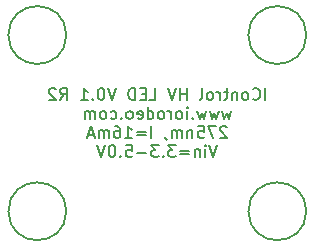
<source format=gbo>
%TF.GenerationSoftware,KiCad,Pcbnew,7.0.8-7.0.8~ubuntu22.04.1*%
%TF.CreationDate,2024-02-19T17:21:30-08:00*%
%TF.ProjectId,275nm_SU_CULBN2_16mA,3237356e-6d5f-4535-955f-43554c424e32,rev?*%
%TF.SameCoordinates,Original*%
%TF.FileFunction,Legend,Bot*%
%TF.FilePolarity,Positive*%
%FSLAX46Y46*%
G04 Gerber Fmt 4.6, Leading zero omitted, Abs format (unit mm)*
G04 Created by KiCad (PCBNEW 7.0.8-7.0.8~ubuntu22.04.1) date 2024-02-19 17:21:30*
%MOMM*%
%LPD*%
G01*
G04 APERTURE LIST*
%ADD10C,0.150000*%
G04 APERTURE END LIST*
D10*
X71842857Y-58039819D02*
X71842857Y-57039819D01*
X70795239Y-57944580D02*
X70842858Y-57992200D01*
X70842858Y-57992200D02*
X70985715Y-58039819D01*
X70985715Y-58039819D02*
X71080953Y-58039819D01*
X71080953Y-58039819D02*
X71223810Y-57992200D01*
X71223810Y-57992200D02*
X71319048Y-57896961D01*
X71319048Y-57896961D02*
X71366667Y-57801723D01*
X71366667Y-57801723D02*
X71414286Y-57611247D01*
X71414286Y-57611247D02*
X71414286Y-57468390D01*
X71414286Y-57468390D02*
X71366667Y-57277914D01*
X71366667Y-57277914D02*
X71319048Y-57182676D01*
X71319048Y-57182676D02*
X71223810Y-57087438D01*
X71223810Y-57087438D02*
X71080953Y-57039819D01*
X71080953Y-57039819D02*
X70985715Y-57039819D01*
X70985715Y-57039819D02*
X70842858Y-57087438D01*
X70842858Y-57087438D02*
X70795239Y-57135057D01*
X70223810Y-58039819D02*
X70319048Y-57992200D01*
X70319048Y-57992200D02*
X70366667Y-57944580D01*
X70366667Y-57944580D02*
X70414286Y-57849342D01*
X70414286Y-57849342D02*
X70414286Y-57563628D01*
X70414286Y-57563628D02*
X70366667Y-57468390D01*
X70366667Y-57468390D02*
X70319048Y-57420771D01*
X70319048Y-57420771D02*
X70223810Y-57373152D01*
X70223810Y-57373152D02*
X70080953Y-57373152D01*
X70080953Y-57373152D02*
X69985715Y-57420771D01*
X69985715Y-57420771D02*
X69938096Y-57468390D01*
X69938096Y-57468390D02*
X69890477Y-57563628D01*
X69890477Y-57563628D02*
X69890477Y-57849342D01*
X69890477Y-57849342D02*
X69938096Y-57944580D01*
X69938096Y-57944580D02*
X69985715Y-57992200D01*
X69985715Y-57992200D02*
X70080953Y-58039819D01*
X70080953Y-58039819D02*
X70223810Y-58039819D01*
X69461905Y-57373152D02*
X69461905Y-58039819D01*
X69461905Y-57468390D02*
X69414286Y-57420771D01*
X69414286Y-57420771D02*
X69319048Y-57373152D01*
X69319048Y-57373152D02*
X69176191Y-57373152D01*
X69176191Y-57373152D02*
X69080953Y-57420771D01*
X69080953Y-57420771D02*
X69033334Y-57516009D01*
X69033334Y-57516009D02*
X69033334Y-58039819D01*
X68700000Y-57373152D02*
X68319048Y-57373152D01*
X68557143Y-57039819D02*
X68557143Y-57896961D01*
X68557143Y-57896961D02*
X68509524Y-57992200D01*
X68509524Y-57992200D02*
X68414286Y-58039819D01*
X68414286Y-58039819D02*
X68319048Y-58039819D01*
X67985714Y-58039819D02*
X67985714Y-57373152D01*
X67985714Y-57563628D02*
X67938095Y-57468390D01*
X67938095Y-57468390D02*
X67890476Y-57420771D01*
X67890476Y-57420771D02*
X67795238Y-57373152D01*
X67795238Y-57373152D02*
X67700000Y-57373152D01*
X67223809Y-58039819D02*
X67319047Y-57992200D01*
X67319047Y-57992200D02*
X67366666Y-57944580D01*
X67366666Y-57944580D02*
X67414285Y-57849342D01*
X67414285Y-57849342D02*
X67414285Y-57563628D01*
X67414285Y-57563628D02*
X67366666Y-57468390D01*
X67366666Y-57468390D02*
X67319047Y-57420771D01*
X67319047Y-57420771D02*
X67223809Y-57373152D01*
X67223809Y-57373152D02*
X67080952Y-57373152D01*
X67080952Y-57373152D02*
X66985714Y-57420771D01*
X66985714Y-57420771D02*
X66938095Y-57468390D01*
X66938095Y-57468390D02*
X66890476Y-57563628D01*
X66890476Y-57563628D02*
X66890476Y-57849342D01*
X66890476Y-57849342D02*
X66938095Y-57944580D01*
X66938095Y-57944580D02*
X66985714Y-57992200D01*
X66985714Y-57992200D02*
X67080952Y-58039819D01*
X67080952Y-58039819D02*
X67223809Y-58039819D01*
X66319047Y-58039819D02*
X66414285Y-57992200D01*
X66414285Y-57992200D02*
X66461904Y-57896961D01*
X66461904Y-57896961D02*
X66461904Y-57039819D01*
X65176189Y-58039819D02*
X65176189Y-57039819D01*
X65176189Y-57516009D02*
X64604761Y-57516009D01*
X64604761Y-58039819D02*
X64604761Y-57039819D01*
X64271427Y-57039819D02*
X63938094Y-58039819D01*
X63938094Y-58039819D02*
X63604761Y-57039819D01*
X62033332Y-58039819D02*
X62509522Y-58039819D01*
X62509522Y-58039819D02*
X62509522Y-57039819D01*
X61699998Y-57516009D02*
X61366665Y-57516009D01*
X61223808Y-58039819D02*
X61699998Y-58039819D01*
X61699998Y-58039819D02*
X61699998Y-57039819D01*
X61699998Y-57039819D02*
X61223808Y-57039819D01*
X60795236Y-58039819D02*
X60795236Y-57039819D01*
X60795236Y-57039819D02*
X60557141Y-57039819D01*
X60557141Y-57039819D02*
X60414284Y-57087438D01*
X60414284Y-57087438D02*
X60319046Y-57182676D01*
X60319046Y-57182676D02*
X60271427Y-57277914D01*
X60271427Y-57277914D02*
X60223808Y-57468390D01*
X60223808Y-57468390D02*
X60223808Y-57611247D01*
X60223808Y-57611247D02*
X60271427Y-57801723D01*
X60271427Y-57801723D02*
X60319046Y-57896961D01*
X60319046Y-57896961D02*
X60414284Y-57992200D01*
X60414284Y-57992200D02*
X60557141Y-58039819D01*
X60557141Y-58039819D02*
X60795236Y-58039819D01*
X59176188Y-57039819D02*
X58842855Y-58039819D01*
X58842855Y-58039819D02*
X58509522Y-57039819D01*
X57985712Y-57039819D02*
X57890474Y-57039819D01*
X57890474Y-57039819D02*
X57795236Y-57087438D01*
X57795236Y-57087438D02*
X57747617Y-57135057D01*
X57747617Y-57135057D02*
X57699998Y-57230295D01*
X57699998Y-57230295D02*
X57652379Y-57420771D01*
X57652379Y-57420771D02*
X57652379Y-57658866D01*
X57652379Y-57658866D02*
X57699998Y-57849342D01*
X57699998Y-57849342D02*
X57747617Y-57944580D01*
X57747617Y-57944580D02*
X57795236Y-57992200D01*
X57795236Y-57992200D02*
X57890474Y-58039819D01*
X57890474Y-58039819D02*
X57985712Y-58039819D01*
X57985712Y-58039819D02*
X58080950Y-57992200D01*
X58080950Y-57992200D02*
X58128569Y-57944580D01*
X58128569Y-57944580D02*
X58176188Y-57849342D01*
X58176188Y-57849342D02*
X58223807Y-57658866D01*
X58223807Y-57658866D02*
X58223807Y-57420771D01*
X58223807Y-57420771D02*
X58176188Y-57230295D01*
X58176188Y-57230295D02*
X58128569Y-57135057D01*
X58128569Y-57135057D02*
X58080950Y-57087438D01*
X58080950Y-57087438D02*
X57985712Y-57039819D01*
X57223807Y-57944580D02*
X57176188Y-57992200D01*
X57176188Y-57992200D02*
X57223807Y-58039819D01*
X57223807Y-58039819D02*
X57271426Y-57992200D01*
X57271426Y-57992200D02*
X57223807Y-57944580D01*
X57223807Y-57944580D02*
X57223807Y-58039819D01*
X56223808Y-58039819D02*
X56795236Y-58039819D01*
X56509522Y-58039819D02*
X56509522Y-57039819D01*
X56509522Y-57039819D02*
X56604760Y-57182676D01*
X56604760Y-57182676D02*
X56699998Y-57277914D01*
X56699998Y-57277914D02*
X56795236Y-57325533D01*
X54461903Y-58039819D02*
X54795236Y-57563628D01*
X55033331Y-58039819D02*
X55033331Y-57039819D01*
X55033331Y-57039819D02*
X54652379Y-57039819D01*
X54652379Y-57039819D02*
X54557141Y-57087438D01*
X54557141Y-57087438D02*
X54509522Y-57135057D01*
X54509522Y-57135057D02*
X54461903Y-57230295D01*
X54461903Y-57230295D02*
X54461903Y-57373152D01*
X54461903Y-57373152D02*
X54509522Y-57468390D01*
X54509522Y-57468390D02*
X54557141Y-57516009D01*
X54557141Y-57516009D02*
X54652379Y-57563628D01*
X54652379Y-57563628D02*
X55033331Y-57563628D01*
X54080950Y-57135057D02*
X54033331Y-57087438D01*
X54033331Y-57087438D02*
X53938093Y-57039819D01*
X53938093Y-57039819D02*
X53699998Y-57039819D01*
X53699998Y-57039819D02*
X53604760Y-57087438D01*
X53604760Y-57087438D02*
X53557141Y-57135057D01*
X53557141Y-57135057D02*
X53509522Y-57230295D01*
X53509522Y-57230295D02*
X53509522Y-57325533D01*
X53509522Y-57325533D02*
X53557141Y-57468390D01*
X53557141Y-57468390D02*
X54128569Y-58039819D01*
X54128569Y-58039819D02*
X53509522Y-58039819D01*
X68938094Y-58983152D02*
X68747618Y-59649819D01*
X68747618Y-59649819D02*
X68557142Y-59173628D01*
X68557142Y-59173628D02*
X68366666Y-59649819D01*
X68366666Y-59649819D02*
X68176190Y-58983152D01*
X67890475Y-58983152D02*
X67699999Y-59649819D01*
X67699999Y-59649819D02*
X67509523Y-59173628D01*
X67509523Y-59173628D02*
X67319047Y-59649819D01*
X67319047Y-59649819D02*
X67128571Y-58983152D01*
X66842856Y-58983152D02*
X66652380Y-59649819D01*
X66652380Y-59649819D02*
X66461904Y-59173628D01*
X66461904Y-59173628D02*
X66271428Y-59649819D01*
X66271428Y-59649819D02*
X66080952Y-58983152D01*
X65699999Y-59554580D02*
X65652380Y-59602200D01*
X65652380Y-59602200D02*
X65699999Y-59649819D01*
X65699999Y-59649819D02*
X65747618Y-59602200D01*
X65747618Y-59602200D02*
X65699999Y-59554580D01*
X65699999Y-59554580D02*
X65699999Y-59649819D01*
X65223809Y-59649819D02*
X65223809Y-58983152D01*
X65223809Y-58649819D02*
X65271428Y-58697438D01*
X65271428Y-58697438D02*
X65223809Y-58745057D01*
X65223809Y-58745057D02*
X65176190Y-58697438D01*
X65176190Y-58697438D02*
X65223809Y-58649819D01*
X65223809Y-58649819D02*
X65223809Y-58745057D01*
X64604762Y-59649819D02*
X64700000Y-59602200D01*
X64700000Y-59602200D02*
X64747619Y-59554580D01*
X64747619Y-59554580D02*
X64795238Y-59459342D01*
X64795238Y-59459342D02*
X64795238Y-59173628D01*
X64795238Y-59173628D02*
X64747619Y-59078390D01*
X64747619Y-59078390D02*
X64700000Y-59030771D01*
X64700000Y-59030771D02*
X64604762Y-58983152D01*
X64604762Y-58983152D02*
X64461905Y-58983152D01*
X64461905Y-58983152D02*
X64366667Y-59030771D01*
X64366667Y-59030771D02*
X64319048Y-59078390D01*
X64319048Y-59078390D02*
X64271429Y-59173628D01*
X64271429Y-59173628D02*
X64271429Y-59459342D01*
X64271429Y-59459342D02*
X64319048Y-59554580D01*
X64319048Y-59554580D02*
X64366667Y-59602200D01*
X64366667Y-59602200D02*
X64461905Y-59649819D01*
X64461905Y-59649819D02*
X64604762Y-59649819D01*
X63842857Y-59649819D02*
X63842857Y-58983152D01*
X63842857Y-59173628D02*
X63795238Y-59078390D01*
X63795238Y-59078390D02*
X63747619Y-59030771D01*
X63747619Y-59030771D02*
X63652381Y-58983152D01*
X63652381Y-58983152D02*
X63557143Y-58983152D01*
X63080952Y-59649819D02*
X63176190Y-59602200D01*
X63176190Y-59602200D02*
X63223809Y-59554580D01*
X63223809Y-59554580D02*
X63271428Y-59459342D01*
X63271428Y-59459342D02*
X63271428Y-59173628D01*
X63271428Y-59173628D02*
X63223809Y-59078390D01*
X63223809Y-59078390D02*
X63176190Y-59030771D01*
X63176190Y-59030771D02*
X63080952Y-58983152D01*
X63080952Y-58983152D02*
X62938095Y-58983152D01*
X62938095Y-58983152D02*
X62842857Y-59030771D01*
X62842857Y-59030771D02*
X62795238Y-59078390D01*
X62795238Y-59078390D02*
X62747619Y-59173628D01*
X62747619Y-59173628D02*
X62747619Y-59459342D01*
X62747619Y-59459342D02*
X62795238Y-59554580D01*
X62795238Y-59554580D02*
X62842857Y-59602200D01*
X62842857Y-59602200D02*
X62938095Y-59649819D01*
X62938095Y-59649819D02*
X63080952Y-59649819D01*
X61890476Y-59649819D02*
X61890476Y-58649819D01*
X61890476Y-59602200D02*
X61985714Y-59649819D01*
X61985714Y-59649819D02*
X62176190Y-59649819D01*
X62176190Y-59649819D02*
X62271428Y-59602200D01*
X62271428Y-59602200D02*
X62319047Y-59554580D01*
X62319047Y-59554580D02*
X62366666Y-59459342D01*
X62366666Y-59459342D02*
X62366666Y-59173628D01*
X62366666Y-59173628D02*
X62319047Y-59078390D01*
X62319047Y-59078390D02*
X62271428Y-59030771D01*
X62271428Y-59030771D02*
X62176190Y-58983152D01*
X62176190Y-58983152D02*
X61985714Y-58983152D01*
X61985714Y-58983152D02*
X61890476Y-59030771D01*
X61033333Y-59602200D02*
X61128571Y-59649819D01*
X61128571Y-59649819D02*
X61319047Y-59649819D01*
X61319047Y-59649819D02*
X61414285Y-59602200D01*
X61414285Y-59602200D02*
X61461904Y-59506961D01*
X61461904Y-59506961D02*
X61461904Y-59126009D01*
X61461904Y-59126009D02*
X61414285Y-59030771D01*
X61414285Y-59030771D02*
X61319047Y-58983152D01*
X61319047Y-58983152D02*
X61128571Y-58983152D01*
X61128571Y-58983152D02*
X61033333Y-59030771D01*
X61033333Y-59030771D02*
X60985714Y-59126009D01*
X60985714Y-59126009D02*
X60985714Y-59221247D01*
X60985714Y-59221247D02*
X61461904Y-59316485D01*
X60414285Y-59649819D02*
X60509523Y-59602200D01*
X60509523Y-59602200D02*
X60557142Y-59554580D01*
X60557142Y-59554580D02*
X60604761Y-59459342D01*
X60604761Y-59459342D02*
X60604761Y-59173628D01*
X60604761Y-59173628D02*
X60557142Y-59078390D01*
X60557142Y-59078390D02*
X60509523Y-59030771D01*
X60509523Y-59030771D02*
X60414285Y-58983152D01*
X60414285Y-58983152D02*
X60271428Y-58983152D01*
X60271428Y-58983152D02*
X60176190Y-59030771D01*
X60176190Y-59030771D02*
X60128571Y-59078390D01*
X60128571Y-59078390D02*
X60080952Y-59173628D01*
X60080952Y-59173628D02*
X60080952Y-59459342D01*
X60080952Y-59459342D02*
X60128571Y-59554580D01*
X60128571Y-59554580D02*
X60176190Y-59602200D01*
X60176190Y-59602200D02*
X60271428Y-59649819D01*
X60271428Y-59649819D02*
X60414285Y-59649819D01*
X59652380Y-59554580D02*
X59604761Y-59602200D01*
X59604761Y-59602200D02*
X59652380Y-59649819D01*
X59652380Y-59649819D02*
X59699999Y-59602200D01*
X59699999Y-59602200D02*
X59652380Y-59554580D01*
X59652380Y-59554580D02*
X59652380Y-59649819D01*
X58747619Y-59602200D02*
X58842857Y-59649819D01*
X58842857Y-59649819D02*
X59033333Y-59649819D01*
X59033333Y-59649819D02*
X59128571Y-59602200D01*
X59128571Y-59602200D02*
X59176190Y-59554580D01*
X59176190Y-59554580D02*
X59223809Y-59459342D01*
X59223809Y-59459342D02*
X59223809Y-59173628D01*
X59223809Y-59173628D02*
X59176190Y-59078390D01*
X59176190Y-59078390D02*
X59128571Y-59030771D01*
X59128571Y-59030771D02*
X59033333Y-58983152D01*
X59033333Y-58983152D02*
X58842857Y-58983152D01*
X58842857Y-58983152D02*
X58747619Y-59030771D01*
X58176190Y-59649819D02*
X58271428Y-59602200D01*
X58271428Y-59602200D02*
X58319047Y-59554580D01*
X58319047Y-59554580D02*
X58366666Y-59459342D01*
X58366666Y-59459342D02*
X58366666Y-59173628D01*
X58366666Y-59173628D02*
X58319047Y-59078390D01*
X58319047Y-59078390D02*
X58271428Y-59030771D01*
X58271428Y-59030771D02*
X58176190Y-58983152D01*
X58176190Y-58983152D02*
X58033333Y-58983152D01*
X58033333Y-58983152D02*
X57938095Y-59030771D01*
X57938095Y-59030771D02*
X57890476Y-59078390D01*
X57890476Y-59078390D02*
X57842857Y-59173628D01*
X57842857Y-59173628D02*
X57842857Y-59459342D01*
X57842857Y-59459342D02*
X57890476Y-59554580D01*
X57890476Y-59554580D02*
X57938095Y-59602200D01*
X57938095Y-59602200D02*
X58033333Y-59649819D01*
X58033333Y-59649819D02*
X58176190Y-59649819D01*
X57414285Y-59649819D02*
X57414285Y-58983152D01*
X57414285Y-59078390D02*
X57366666Y-59030771D01*
X57366666Y-59030771D02*
X57271428Y-58983152D01*
X57271428Y-58983152D02*
X57128571Y-58983152D01*
X57128571Y-58983152D02*
X57033333Y-59030771D01*
X57033333Y-59030771D02*
X56985714Y-59126009D01*
X56985714Y-59126009D02*
X56985714Y-59649819D01*
X56985714Y-59126009D02*
X56938095Y-59030771D01*
X56938095Y-59030771D02*
X56842857Y-58983152D01*
X56842857Y-58983152D02*
X56700000Y-58983152D01*
X56700000Y-58983152D02*
X56604761Y-59030771D01*
X56604761Y-59030771D02*
X56557142Y-59126009D01*
X56557142Y-59126009D02*
X56557142Y-59649819D01*
X68580951Y-60355057D02*
X68533332Y-60307438D01*
X68533332Y-60307438D02*
X68438094Y-60259819D01*
X68438094Y-60259819D02*
X68199999Y-60259819D01*
X68199999Y-60259819D02*
X68104761Y-60307438D01*
X68104761Y-60307438D02*
X68057142Y-60355057D01*
X68057142Y-60355057D02*
X68009523Y-60450295D01*
X68009523Y-60450295D02*
X68009523Y-60545533D01*
X68009523Y-60545533D02*
X68057142Y-60688390D01*
X68057142Y-60688390D02*
X68628570Y-61259819D01*
X68628570Y-61259819D02*
X68009523Y-61259819D01*
X67676189Y-60259819D02*
X67009523Y-60259819D01*
X67009523Y-60259819D02*
X67438094Y-61259819D01*
X66152380Y-60259819D02*
X66628570Y-60259819D01*
X66628570Y-60259819D02*
X66676189Y-60736009D01*
X66676189Y-60736009D02*
X66628570Y-60688390D01*
X66628570Y-60688390D02*
X66533332Y-60640771D01*
X66533332Y-60640771D02*
X66295237Y-60640771D01*
X66295237Y-60640771D02*
X66199999Y-60688390D01*
X66199999Y-60688390D02*
X66152380Y-60736009D01*
X66152380Y-60736009D02*
X66104761Y-60831247D01*
X66104761Y-60831247D02*
X66104761Y-61069342D01*
X66104761Y-61069342D02*
X66152380Y-61164580D01*
X66152380Y-61164580D02*
X66199999Y-61212200D01*
X66199999Y-61212200D02*
X66295237Y-61259819D01*
X66295237Y-61259819D02*
X66533332Y-61259819D01*
X66533332Y-61259819D02*
X66628570Y-61212200D01*
X66628570Y-61212200D02*
X66676189Y-61164580D01*
X65676189Y-60593152D02*
X65676189Y-61259819D01*
X65676189Y-60688390D02*
X65628570Y-60640771D01*
X65628570Y-60640771D02*
X65533332Y-60593152D01*
X65533332Y-60593152D02*
X65390475Y-60593152D01*
X65390475Y-60593152D02*
X65295237Y-60640771D01*
X65295237Y-60640771D02*
X65247618Y-60736009D01*
X65247618Y-60736009D02*
X65247618Y-61259819D01*
X64771427Y-61259819D02*
X64771427Y-60593152D01*
X64771427Y-60688390D02*
X64723808Y-60640771D01*
X64723808Y-60640771D02*
X64628570Y-60593152D01*
X64628570Y-60593152D02*
X64485713Y-60593152D01*
X64485713Y-60593152D02*
X64390475Y-60640771D01*
X64390475Y-60640771D02*
X64342856Y-60736009D01*
X64342856Y-60736009D02*
X64342856Y-61259819D01*
X64342856Y-60736009D02*
X64295237Y-60640771D01*
X64295237Y-60640771D02*
X64199999Y-60593152D01*
X64199999Y-60593152D02*
X64057142Y-60593152D01*
X64057142Y-60593152D02*
X63961903Y-60640771D01*
X63961903Y-60640771D02*
X63914284Y-60736009D01*
X63914284Y-60736009D02*
X63914284Y-61259819D01*
X63390475Y-61212200D02*
X63390475Y-61259819D01*
X63390475Y-61259819D02*
X63438094Y-61355057D01*
X63438094Y-61355057D02*
X63485713Y-61402676D01*
X62199999Y-61259819D02*
X62199999Y-60259819D01*
X61723809Y-60736009D02*
X60961905Y-60736009D01*
X60961905Y-61021723D02*
X61723809Y-61021723D01*
X59961905Y-61259819D02*
X60533333Y-61259819D01*
X60247619Y-61259819D02*
X60247619Y-60259819D01*
X60247619Y-60259819D02*
X60342857Y-60402676D01*
X60342857Y-60402676D02*
X60438095Y-60497914D01*
X60438095Y-60497914D02*
X60533333Y-60545533D01*
X59104762Y-60259819D02*
X59295238Y-60259819D01*
X59295238Y-60259819D02*
X59390476Y-60307438D01*
X59390476Y-60307438D02*
X59438095Y-60355057D01*
X59438095Y-60355057D02*
X59533333Y-60497914D01*
X59533333Y-60497914D02*
X59580952Y-60688390D01*
X59580952Y-60688390D02*
X59580952Y-61069342D01*
X59580952Y-61069342D02*
X59533333Y-61164580D01*
X59533333Y-61164580D02*
X59485714Y-61212200D01*
X59485714Y-61212200D02*
X59390476Y-61259819D01*
X59390476Y-61259819D02*
X59200000Y-61259819D01*
X59200000Y-61259819D02*
X59104762Y-61212200D01*
X59104762Y-61212200D02*
X59057143Y-61164580D01*
X59057143Y-61164580D02*
X59009524Y-61069342D01*
X59009524Y-61069342D02*
X59009524Y-60831247D01*
X59009524Y-60831247D02*
X59057143Y-60736009D01*
X59057143Y-60736009D02*
X59104762Y-60688390D01*
X59104762Y-60688390D02*
X59200000Y-60640771D01*
X59200000Y-60640771D02*
X59390476Y-60640771D01*
X59390476Y-60640771D02*
X59485714Y-60688390D01*
X59485714Y-60688390D02*
X59533333Y-60736009D01*
X59533333Y-60736009D02*
X59580952Y-60831247D01*
X58580952Y-61259819D02*
X58580952Y-60593152D01*
X58580952Y-60688390D02*
X58533333Y-60640771D01*
X58533333Y-60640771D02*
X58438095Y-60593152D01*
X58438095Y-60593152D02*
X58295238Y-60593152D01*
X58295238Y-60593152D02*
X58200000Y-60640771D01*
X58200000Y-60640771D02*
X58152381Y-60736009D01*
X58152381Y-60736009D02*
X58152381Y-61259819D01*
X58152381Y-60736009D02*
X58104762Y-60640771D01*
X58104762Y-60640771D02*
X58009524Y-60593152D01*
X58009524Y-60593152D02*
X57866667Y-60593152D01*
X57866667Y-60593152D02*
X57771428Y-60640771D01*
X57771428Y-60640771D02*
X57723809Y-60736009D01*
X57723809Y-60736009D02*
X57723809Y-61259819D01*
X57295238Y-60974104D02*
X56819048Y-60974104D01*
X57390476Y-61259819D02*
X57057143Y-60259819D01*
X57057143Y-60259819D02*
X56723810Y-61259819D01*
X67771427Y-61869819D02*
X67438094Y-62869819D01*
X67438094Y-62869819D02*
X67104761Y-61869819D01*
X66771427Y-62869819D02*
X66771427Y-62203152D01*
X66771427Y-61869819D02*
X66819046Y-61917438D01*
X66819046Y-61917438D02*
X66771427Y-61965057D01*
X66771427Y-61965057D02*
X66723808Y-61917438D01*
X66723808Y-61917438D02*
X66771427Y-61869819D01*
X66771427Y-61869819D02*
X66771427Y-61965057D01*
X66295237Y-62203152D02*
X66295237Y-62869819D01*
X66295237Y-62298390D02*
X66247618Y-62250771D01*
X66247618Y-62250771D02*
X66152380Y-62203152D01*
X66152380Y-62203152D02*
X66009523Y-62203152D01*
X66009523Y-62203152D02*
X65914285Y-62250771D01*
X65914285Y-62250771D02*
X65866666Y-62346009D01*
X65866666Y-62346009D02*
X65866666Y-62869819D01*
X65390475Y-62346009D02*
X64628571Y-62346009D01*
X64628571Y-62631723D02*
X65390475Y-62631723D01*
X64247618Y-61869819D02*
X63628571Y-61869819D01*
X63628571Y-61869819D02*
X63961904Y-62250771D01*
X63961904Y-62250771D02*
X63819047Y-62250771D01*
X63819047Y-62250771D02*
X63723809Y-62298390D01*
X63723809Y-62298390D02*
X63676190Y-62346009D01*
X63676190Y-62346009D02*
X63628571Y-62441247D01*
X63628571Y-62441247D02*
X63628571Y-62679342D01*
X63628571Y-62679342D02*
X63676190Y-62774580D01*
X63676190Y-62774580D02*
X63723809Y-62822200D01*
X63723809Y-62822200D02*
X63819047Y-62869819D01*
X63819047Y-62869819D02*
X64104761Y-62869819D01*
X64104761Y-62869819D02*
X64199999Y-62822200D01*
X64199999Y-62822200D02*
X64247618Y-62774580D01*
X63199999Y-62774580D02*
X63152380Y-62822200D01*
X63152380Y-62822200D02*
X63199999Y-62869819D01*
X63199999Y-62869819D02*
X63247618Y-62822200D01*
X63247618Y-62822200D02*
X63199999Y-62774580D01*
X63199999Y-62774580D02*
X63199999Y-62869819D01*
X62819047Y-61869819D02*
X62200000Y-61869819D01*
X62200000Y-61869819D02*
X62533333Y-62250771D01*
X62533333Y-62250771D02*
X62390476Y-62250771D01*
X62390476Y-62250771D02*
X62295238Y-62298390D01*
X62295238Y-62298390D02*
X62247619Y-62346009D01*
X62247619Y-62346009D02*
X62200000Y-62441247D01*
X62200000Y-62441247D02*
X62200000Y-62679342D01*
X62200000Y-62679342D02*
X62247619Y-62774580D01*
X62247619Y-62774580D02*
X62295238Y-62822200D01*
X62295238Y-62822200D02*
X62390476Y-62869819D01*
X62390476Y-62869819D02*
X62676190Y-62869819D01*
X62676190Y-62869819D02*
X62771428Y-62822200D01*
X62771428Y-62822200D02*
X62819047Y-62774580D01*
X61771428Y-62488866D02*
X61009524Y-62488866D01*
X60057143Y-61869819D02*
X60533333Y-61869819D01*
X60533333Y-61869819D02*
X60580952Y-62346009D01*
X60580952Y-62346009D02*
X60533333Y-62298390D01*
X60533333Y-62298390D02*
X60438095Y-62250771D01*
X60438095Y-62250771D02*
X60200000Y-62250771D01*
X60200000Y-62250771D02*
X60104762Y-62298390D01*
X60104762Y-62298390D02*
X60057143Y-62346009D01*
X60057143Y-62346009D02*
X60009524Y-62441247D01*
X60009524Y-62441247D02*
X60009524Y-62679342D01*
X60009524Y-62679342D02*
X60057143Y-62774580D01*
X60057143Y-62774580D02*
X60104762Y-62822200D01*
X60104762Y-62822200D02*
X60200000Y-62869819D01*
X60200000Y-62869819D02*
X60438095Y-62869819D01*
X60438095Y-62869819D02*
X60533333Y-62822200D01*
X60533333Y-62822200D02*
X60580952Y-62774580D01*
X59580952Y-62774580D02*
X59533333Y-62822200D01*
X59533333Y-62822200D02*
X59580952Y-62869819D01*
X59580952Y-62869819D02*
X59628571Y-62822200D01*
X59628571Y-62822200D02*
X59580952Y-62774580D01*
X59580952Y-62774580D02*
X59580952Y-62869819D01*
X58914286Y-61869819D02*
X58819048Y-61869819D01*
X58819048Y-61869819D02*
X58723810Y-61917438D01*
X58723810Y-61917438D02*
X58676191Y-61965057D01*
X58676191Y-61965057D02*
X58628572Y-62060295D01*
X58628572Y-62060295D02*
X58580953Y-62250771D01*
X58580953Y-62250771D02*
X58580953Y-62488866D01*
X58580953Y-62488866D02*
X58628572Y-62679342D01*
X58628572Y-62679342D02*
X58676191Y-62774580D01*
X58676191Y-62774580D02*
X58723810Y-62822200D01*
X58723810Y-62822200D02*
X58819048Y-62869819D01*
X58819048Y-62869819D02*
X58914286Y-62869819D01*
X58914286Y-62869819D02*
X59009524Y-62822200D01*
X59009524Y-62822200D02*
X59057143Y-62774580D01*
X59057143Y-62774580D02*
X59104762Y-62679342D01*
X59104762Y-62679342D02*
X59152381Y-62488866D01*
X59152381Y-62488866D02*
X59152381Y-62250771D01*
X59152381Y-62250771D02*
X59104762Y-62060295D01*
X59104762Y-62060295D02*
X59057143Y-61965057D01*
X59057143Y-61965057D02*
X59009524Y-61917438D01*
X59009524Y-61917438D02*
X58914286Y-61869819D01*
X58295238Y-61869819D02*
X57961905Y-62869819D01*
X57961905Y-62869819D02*
X57628572Y-61869819D01*
%TO.C,M1*%
X54990000Y-52540000D02*
G75*
G03*
X54990000Y-52540000I-2450000J0D01*
G01*
%TO.C,M2*%
X75310000Y-52540000D02*
G75*
G03*
X75310000Y-52540000I-2450000J0D01*
G01*
%TO.C,M3*%
X75310000Y-67460000D02*
G75*
G03*
X75310000Y-67460000I-2450000J0D01*
G01*
%TO.C,M4*%
X54990000Y-67460000D02*
G75*
G03*
X54990000Y-67460000I-2450000J0D01*
G01*
%TD*%
M02*

</source>
